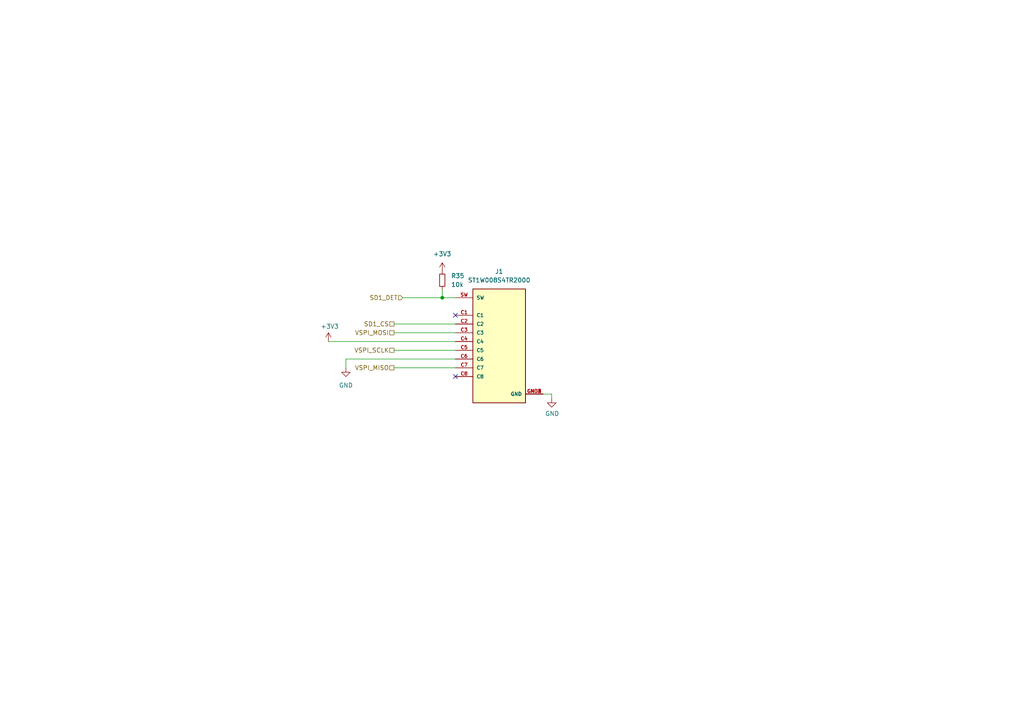
<source format=kicad_sch>
(kicad_sch (version 20231120) (generator "eeschema") (generator_version "8.0")
  (paper "A4")
  (lib_symbols
    (symbol "Device:R_Small" (pin_numbers hide) (pin_names (offset 0.254) hide)
      (property "Reference" "R" (at 0.762 0.508 0))
      (property "Value" "R_Small" (at 0.762 -1.016 0))
      (symbol "R_Small_0_1"
        (rectangle (start -0.762 1.778) (end 0.762 -1.778) (stroke (width 0.2032)))
      )
      (symbol "R_Small_1_1"
        (pin passive line (at 0 2.54 270) (length 0.762) (name "~") (number "1"))
        (pin passive line (at 0 -2.54 90) (length 0.762) (name "~") (number "2"))
      )
    )
    (symbol "iclr-hw:ST1W008S4TR2000" (pin_names (offset 1.016))
      (property "Reference" "J" (at -7.62 16.002 0))
      (property "Value" "ST1W008S4TR2000" (at -7.62 -20.32 0))
      (symbol "ST1W008S4TR2000_0_0"
        (rectangle (start -7.62 -17.78) (end 7.62 15.24) (stroke (width 0.254)) (fill (type background)))
        (pin passive line (at -12.7 7.62 0) (length 5.08) (name "C1") (number "C1"))
        (pin passive line (at -12.7 5.08 0) (length 5.08) (name "C2") (number "C2"))
        (pin passive line (at -12.7 2.54 0) (length 5.08) (name "C3") (number "C3"))
        (pin passive line (at -12.7 0 0) (length 5.08) (name "C4") (number "C4"))
        (pin passive line (at -12.7 -2.54 0) (length 5.08) (name "C5") (number "C5"))
        (pin passive line (at -12.7 -5.08 0) (length 5.08) (name "C6") (number "C6"))
        (pin passive line (at -12.7 -7.62 0) (length 5.08) (name "C7") (number "C7"))
        (pin passive line (at -12.7 -10.16 0) (length 5.08) (name "C8") (number "C8"))
        (pin power_in line (at 12.7 -15.24 180) (length 5.08) (name "GND") (number "GND1"))
        (pin power_in line (at 12.7 -15.24 180) (length 5.08) (name "GND") (number "GND2"))
        (pin power_in line (at 12.7 -15.24 180) (length 5.08) (name "GND") (number "GND3"))
        (pin power_in line (at 12.7 -15.24 180) (length 5.08) (name "GND") (number "GND4"))
        (pin input line (at -12.7 12.7 0) (length 5.08) (name "SW") (number "SW"))
      )
    )
    (symbol "power:+3.3V" (power) (pin_names (offset 0))
      (property "Value" "+3.3V" (at 0 3.556 0))
      (symbol "+3.3V_0_1"
        (polyline (pts (xy -0.762 1.27) (xy 0 2.54)))
        (polyline (pts (xy 0 0) (xy 0 2.54)))
        (polyline (pts (xy 0 2.54) (xy 0.762 1.27)))
      )
      (symbol "+3.3V_1_1"
        (pin power_in line (at 0 0 90) (length 0) hide (name "+3V3") (number "1"))
      )
    )
    (symbol "power:GND" (power) (pin_names (offset 0))
      (property "Value" "GND" (at 0 -3.81 0))
      (symbol "GND_0_1"
        (polyline (pts (xy 0 0) (xy 0 -1.27) (xy 1.27 -1.27) (xy 0 -2.54) (xy -1.27 -1.27) (xy 0 -1.27)))
      )
      (symbol "GND_1_1"
        (pin power_in line (at 0 0 270) (length 0) hide (name "GND") (number "1"))
      )
    )
  )
  (junction (at 128.27 86.36))
  (no_connect (at 132.08 91.44))
  (no_connect (at 132.08 109.22))
  (wire (pts (xy 128.27 86.36) (xy 132.08 86.36)))
  (wire (pts (xy 116.84 86.36) (xy 128.27 86.36)))
  (wire (pts (xy 160.02 115.57) (xy 160.02 114.3)))
  (wire (pts (xy 114.3 96.52) (xy 132.08 96.52)))
  (wire (pts (xy 160.02 114.3) (xy 157.48 114.3)))
  (wire (pts (xy 95.25 99.06) (xy 132.08 99.06)))
  (wire (pts (xy 114.3 93.98) (xy 132.08 93.98)))
  (wire (pts (xy 128.27 83.82) (xy 128.27 86.36)))
  (wire (pts (xy 100.33 104.14) (xy 132.08 104.14)))
  (wire (pts (xy 100.33 104.14) (xy 100.33 106.68)))
  (wire (pts (xy 114.3 106.68) (xy 132.08 106.68)))
  (wire (pts (xy 114.3 101.6) (xy 132.08 101.6)))
  (hierarchical_label "VSPI_MOSI" (shape passive) (at 114.3 96.52 180))
  (hierarchical_label "SD1_DET" (shape input) (at 116.84 86.36 180))
  (hierarchical_label "SD1_CS" (shape passive) (at 114.3 93.98 180))
  (hierarchical_label "VSPI_MISO" (shape passive) (at 114.3 106.68 180))
  (hierarchical_label "VSPI_SCLK" (shape passive) (at 114.3 101.6 180))
  (symbol (lib_id "power:+3.3V") (at 95.25 99.06 0) (unit 1)
    (property "Reference" "#PWR017" (effects (hide yes)))
    (property "Value" "+3V3" (at 95.631 94.6658 0))
  )
  (symbol (lib_id "power:GND") (at 100.33 106.68 0) (unit 1)
    (property "Reference" "#PWR018" (effects (hide yes)))
    (property "Value" "GND" (at 100.33 111.76 0))
  )
  (symbol (lib_id "Device:R_Small") (at 128.27 81.28 0) (unit 1)
    (property "Reference" "R35" (at 130.81 80.0099 0) (effects (justify left)))
    (property "Value" "10k" (at 130.81 82.5499 0) (effects (justify left)))
    (property "Footprint" "Resistor_SMD:R_0402_1005Metric" (effects (hide yes)))
  )
  (symbol (lib_id "power:GND") (at 160.02 115.57 0) (unit 1)
    (property "Reference" "#PWR076" (effects (hide yes)))
    (property "Value" "GND" (at 160.147 119.9642 0))
  )
  (symbol (lib_id "power:+3.3V") (at 128.27 78.74 0) (unit 1)
    (property "Reference" "#PWR062" (effects (hide yes)))
    (property "Value" "+3V3" (at 128.27 73.66 0))
  )
  (symbol (lib_id "iclr-hw:ST1W008S4TR2000") (at 144.78 99.06 0) (unit 1)
    (property "Reference" "J1" (at 144.78 78.74 0))
    (property "Value" "ST1W008S4TR2000" (at 144.78 81.28 0))
    (property "Footprint" "iclr:JAE_ST1W008S4TR2000" (effects (hide yes)))
    (property "MF" "JAE Electronics" (effects (hide yes)))
    (property "MAXIMUM_PACKAGE_HEIGHT" "1.5 mm" (effects (hide yes)))
    (property "Package" "None" (effects (hide yes)))
    (property "Price" "None" (effects (hide yes)))
    (property "Check_prices" "https://www.snapeda.com/parts/ST1W008S4TR2000/JAE+Electronics/view-part/?ref=eda" (effects (hide yes)))
    (property "STANDARD" "Manufacturer Recommendations" (effects (hide yes)))
    (property "PARTREV" "1" (effects (hide yes)))
    (property "SnapEDA_Link" "https://www.snapeda.com/parts/ST1W008S4TR2000/JAE+Electronics/view-part/?ref=snap" (effects (hide yes)))
    (property "MP" "ST1W008S4TR2000" (effects (hide yes)))
    (property "Purchase-URL" "https://www.snapeda.com/api/url_track_click_mouser/?unipart_id=501060&manufacturer=JAE Electronics&part_name=ST1W008S4TR2000&search_term=st1w008s4tr2000" (effects (hide yes)))
    (property "Description_1" "\nmicroSD memory card connector, 8 contacts, hinge type, soldering (SMT) | JAE Electronics Inc. ST1W008S4TR2000\n" (effects (hide yes)))
    (property "Availability" "In Stock" (effects (hide yes)))
    (property "MANUFACTURER" "JAE Electronics" (effects (hide yes)))
  )
)
</source>
